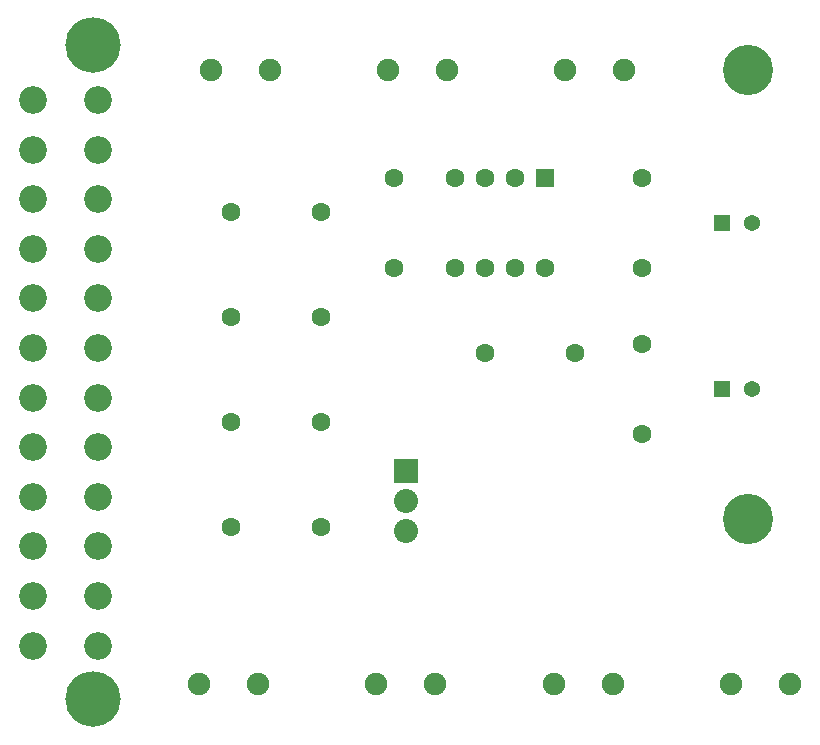
<source format=gbr>
%TF.GenerationSoftware,Novarm,DipTrace,4.0.0.5*%
%TF.CreationDate,2022-05-21T16:57:30-06:00*%
%FSLAX26Y26*%
%MOIN*%
%TF.FileFunction,Soldermask,Top*%
%TF.Part,Single*%
%ADD29C,0.185039*%
%ADD30C,0.167323*%
%ADD39R,0.062992X0.062992*%
%ADD41C,0.09252*%
%ADD43C,0.074803*%
%ADD45C,0.062992*%
%ADD47C,0.080315*%
%ADD49R,0.080315X0.080315*%
%ADD51R,0.053937X0.053937*%
%ADD53C,0.053937*%
G75*
G01*
%LPD*%
D53*
X3002756Y2125984D3*
D51*
X2902756D3*
D53*
X3002756Y1574803D3*
D51*
X2902756D3*
D49*
X1850394Y1299213D3*
D47*
Y1199213D3*
Y1099213D3*
D45*
X1567323Y2165354D3*
X1267323D3*
X1567323Y1815354D3*
X1267323D3*
X1567323Y1465354D3*
X1267323D3*
X1567323Y1115354D3*
X1267323D3*
X2637795Y2275984D3*
Y1975984D3*
Y1724803D3*
Y1424803D3*
X1811024Y1975984D3*
Y2275984D3*
X2415181Y1692680D3*
X2115181D3*
D43*
X1200787Y2637795D3*
X1397638D3*
X2381890D3*
X2578740D3*
D41*
X825197Y718898D3*
Y884252D3*
Y1049606D3*
Y1214961D3*
Y1380315D3*
Y1545669D3*
Y1711024D3*
Y1876378D3*
Y2041732D3*
Y2207087D3*
Y2372441D3*
Y2537795D3*
X608661D3*
Y2372441D3*
Y2207087D3*
Y2041732D3*
Y1876378D3*
Y1711024D3*
Y1545669D3*
Y1380315D3*
Y1214961D3*
Y1049606D3*
Y884252D3*
Y718898D3*
D29*
X808661Y539234D3*
Y2721060D3*
D43*
X1161417Y590551D3*
X1358268D3*
X1751969D3*
X1948819D3*
X2342520D3*
X2539370D3*
X2933071D3*
X3129921D3*
D39*
X2315354Y2275984D3*
D45*
X2215354D3*
X2115354D3*
X2015354D3*
Y1975984D3*
X2115354D3*
X2215354D3*
X2315354D3*
D43*
X1791339Y2637795D3*
X1988189D3*
D30*
X2992126D3*
Y1141732D3*
M02*

</source>
